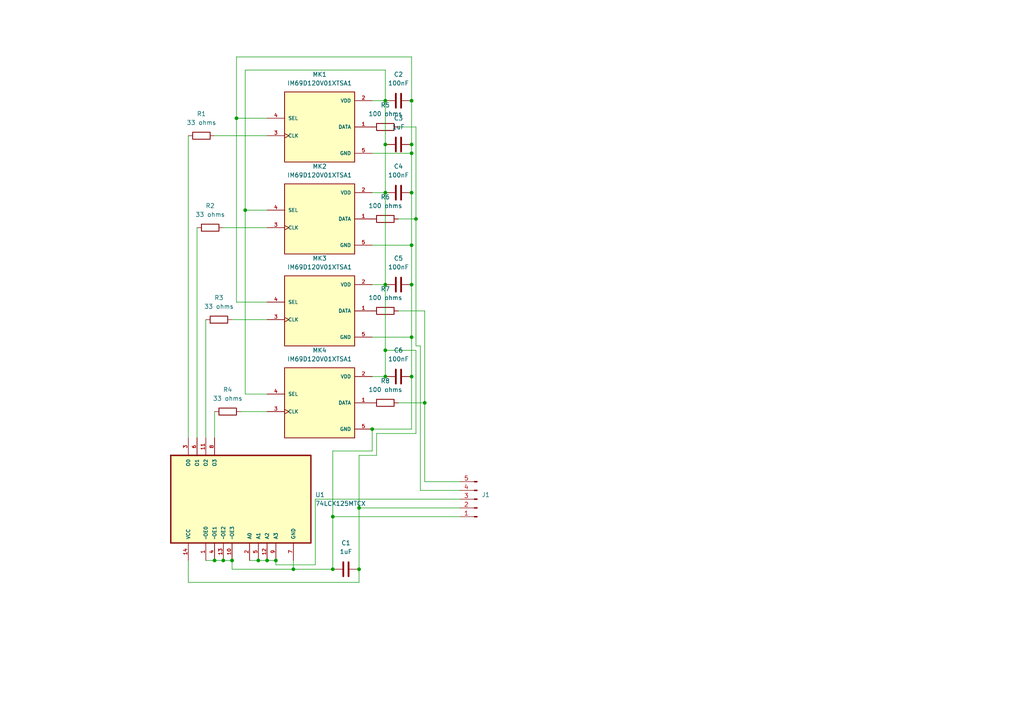
<source format=kicad_sch>
(kicad_sch (version 20231120) (generator "eeschema") (generator_version "8.0")
  (paper "A4")
  (lib_symbols
    (symbol "74LCX125MTCX:74LCX125MTCX" (pin_names (offset 1.016))
      (property "Reference" "U" (at -5.5915 20.4596 0))
      (property "Value" "74LCX125MTCX" (at -4.8007 -27.1786 0))
      (symbol "74LCX125MTCX_0_0"
        (rectangle (start -12.7 -22.86) (end 12.7 17.78) (stroke (width 0.4064)) (fill (type background)))
        (pin input line (at -17.78 7.62 0) (length 5.08) (name "~OE0") (number "1"))
        (pin input line (at -17.78 0 0) (length 5.08) (name "~OE3") (number "10"))
        (pin output line (at 17.78 7.62 180) (length 5.08) (name "O2") (number "11"))
        (pin input line (at -17.78 -10.16 0) (length 5.08) (name "A2") (number "12"))
        (pin input line (at -17.78 2.54 0) (length 5.08) (name "~OE2") (number "13"))
        (pin power_in line (at -17.78 12.7 0) (length 5.08) (name "VCC") (number "14"))
        (pin input line (at -17.78 -5.08 0) (length 5.08) (name "A0") (number "2"))
        (pin output line (at 17.78 12.7 180) (length 5.08) (name "O0") (number "3"))
        (pin input line (at -17.78 5.08 0) (length 5.08) (name "~OE1") (number "4"))
        (pin input line (at -17.78 -7.62 0) (length 5.08) (name "A1") (number "5"))
        (pin output line (at 17.78 10.16 180) (length 5.08) (name "O1") (number "6"))
        (pin passive line (at -17.78 -17.78 0) (length 5.08) (name "GND") (number "7"))
        (pin output line (at 17.78 5.08 180) (length 5.08) (name "O3") (number "8"))
        (pin input line (at -17.78 -12.7 0) (length 5.08) (name "A3") (number "9"))
      )
    )
    (symbol "Connector:Conn_01x05_Pin" (pin_names (offset 1.016) hide)
      (property "Reference" "J" (at 0 7.62 0))
      (property "Value" "Conn_01x05_Pin" (at 0 -7.62 0))
      (symbol "Conn_01x05_Pin_1_1"
        (polyline (pts (xy 1.27 -5.08) (xy 0.8636 -5.08)) (stroke (width 0.1524)))
        (polyline (pts (xy 1.27 -2.54) (xy 0.8636 -2.54)) (stroke (width 0.1524)))
        (polyline (pts (xy 1.27 0) (xy 0.8636 0)) (stroke (width 0.1524)))
        (polyline (pts (xy 1.27 2.54) (xy 0.8636 2.54)) (stroke (width 0.1524)))
        (polyline (pts (xy 1.27 5.08) (xy 0.8636 5.08)) (stroke (width 0.1524)))
        (rectangle (start 0.8636 -4.953) (end 0 -5.207) (stroke (width 0.1524)) (fill (type outline)))
        (rectangle (start 0.8636 -2.413) (end 0 -2.667) (stroke (width 0.1524)) (fill (type outline)))
        (rectangle (start 0.8636 0.127) (end 0 -0.127) (stroke (width 0.1524)) (fill (type outline)))
        (rectangle (start 0.8636 2.667) (end 0 2.413) (stroke (width 0.1524)) (fill (type outline)))
        (rectangle (start 0.8636 5.207) (end 0 4.953) (stroke (width 0.1524)) (fill (type outline)))
        (pin passive line (at 5.08 5.08 180) (length 3.81) (name "Pin_1") (number "1"))
        (pin passive line (at 5.08 2.54 180) (length 3.81) (name "Pin_2") (number "2"))
        (pin passive line (at 5.08 0 180) (length 3.81) (name "Pin_3") (number "3"))
        (pin passive line (at 5.08 -2.54 180) (length 3.81) (name "Pin_4") (number "4"))
        (pin passive line (at 5.08 -5.08 180) (length 3.81) (name "Pin_5") (number "5"))
      )
    )
    (symbol "Device:C" (pin_numbers hide) (pin_names (offset 0.254))
      (property "Reference" "C" (at 0.635 2.54 0))
      (property "Value" "C" (at 0.635 -2.54 0))
      (symbol "C_0_1"
        (polyline (pts (xy -2.032 -0.762) (xy 2.032 -0.762)) (stroke (width 0.508)))
        (polyline (pts (xy -2.032 0.762) (xy 2.032 0.762)) (stroke (width 0.508)))
      )
      (symbol "C_1_1"
        (pin passive line (at 0 3.81 270) (length 2.794) (name "~") (number "1"))
        (pin passive line (at 0 -3.81 90) (length 2.794) (name "~") (number "2"))
      )
    )
    (symbol "Device:R" (pin_numbers hide) (pin_names (offset 0))
      (property "Reference" "R" (at 2.032 0 90))
      (property "Value" "R" (at 0 0 90))
      (symbol "R_0_1"
        (rectangle (start -1.016 -2.54) (end 1.016 2.54) (stroke (width 0.254)))
      )
      (symbol "R_1_1"
        (pin passive line (at 0 3.81 270) (length 1.27) (name "~") (number "1"))
        (pin passive line (at 0 -3.81 90) (length 1.27) (name "~") (number "2"))
      )
    )
    (symbol "IM69D120V01XTSA1:IM69D120V01XTSA1" (pin_names (offset 1.016))
      (property "Reference" "MK" (at -10.16 10.795 0))
      (property "Value" "IM69D120V01XTSA1" (at -10.16 -12.7 0))
      (symbol "IM69D120V01XTSA1_0_0"
        (rectangle (start -10.16 -10.16) (end 10.16 10.16) (stroke (width 0.254)) (fill (type background)))
        (pin output line (at 15.24 0 180) (length 5.08) (name "DATA") (number "1"))
        (pin power_in line (at 15.24 7.62 180) (length 5.08) (name "VDD") (number "2"))
        (pin input clock (at -15.24 -2.54 0) (length 5.08) (name "CLK") (number "3"))
        (pin input line (at -15.24 2.54 0) (length 5.08) (name "SEL") (number "4"))
        (pin power_in line (at 15.24 -7.62 180) (length 5.08) (name "GND") (number "5"))
      )
    )
  )
  (junction (at 68.58 34.29))
  (junction (at 119.38 41.91))
  (junction (at 85.09 165.1))
  (junction (at 67.31 162.56))
  (junction (at 111.76 109.22))
  (junction (at 74.93 162.56))
  (junction (at 119.38 44.45))
  (junction (at 104.14 165.1))
  (junction (at 96.52 149.86))
  (junction (at 107.95 124.46))
  (junction (at 119.38 109.22))
  (junction (at 123.19 116.84))
  (junction (at 62.23 162.56))
  (junction (at 111.76 101.6))
  (junction (at 96.52 165.1))
  (junction (at 120.65 63.5))
  (junction (at 77.47 162.56))
  (junction (at 111.76 82.55))
  (junction (at 119.38 71.12))
  (junction (at 119.38 82.55))
  (junction (at 111.76 41.91))
  (junction (at 119.38 97.79))
  (junction (at 71.12 60.96))
  (junction (at 119.38 29.21))
  (junction (at 80.01 162.56))
  (junction (at 64.77 162.56))
  (junction (at 111.76 29.21))
  (junction (at 104.14 147.32))
  (junction (at 119.38 55.88))
  (junction (at 111.76 55.88))
  (wire (pts (xy 104.14 147.32) (xy 104.14 165.1)))
  (wire (pts (xy 111.76 101.6) (xy 111.76 109.22)))
  (wire (pts (xy 111.76 41.91) (xy 111.76 55.88)))
  (wire (pts (xy 96.52 130.81) (xy 107.95 130.81)))
  (wire (pts (xy 123.19 139.7) (xy 133.35 139.7)))
  (wire (pts (xy 104.14 165.1) (xy 104.14 168.91)))
  (wire (pts (xy 119.38 109.22) (xy 119.38 124.46)))
  (wire (pts (xy 123.19 90.17) (xy 115.57 90.17)))
  (wire (pts (xy 54.61 127) (xy 54.61 39.37)))
  (wire (pts (xy 109.22 125.73) (xy 109.22 132.08)))
  (wire (pts (xy 69.85 119.38) (xy 77.47 119.38)))
  (wire (pts (xy 64.77 66.04) (xy 77.47 66.04)))
  (wire (pts (xy 104.14 147.32) (xy 133.35 147.32)))
  (wire (pts (xy 62.23 39.37) (xy 77.47 39.37)))
  (wire (pts (xy 133.35 144.78) (xy 91.44 144.78)))
  (wire (pts (xy 68.58 16.51) (xy 119.38 16.51)))
  (wire (pts (xy 96.52 165.1) (xy 85.09 165.1)))
  (wire (pts (xy 111.76 20.32) (xy 111.76 29.21)))
  (wire (pts (xy 71.12 114.3) (xy 77.47 114.3)))
  (wire (pts (xy 59.69 127) (xy 59.69 92.71)))
  (wire (pts (xy 120.65 36.83) (xy 115.57 36.83)))
  (wire (pts (xy 119.38 29.21) (xy 119.38 41.91)))
  (wire (pts (xy 67.31 165.1) (xy 67.31 162.56)))
  (wire (pts (xy 120.65 100.33) (xy 121.92 100.33)))
  (wire (pts (xy 119.38 16.51) (xy 119.38 29.21)))
  (wire (pts (xy 111.76 29.21) (xy 111.76 41.91)))
  (wire (pts (xy 107.95 97.79) (xy 119.38 97.79)))
  (wire (pts (xy 119.38 97.79) (xy 119.38 109.22)))
  (wire (pts (xy 107.95 44.45) (xy 119.38 44.45)))
  (wire (pts (xy 72.39 162.56) (xy 74.93 162.56)))
  (wire (pts (xy 107.95 55.88) (xy 111.76 55.88)))
  (wire (pts (xy 77.47 162.56) (xy 80.01 162.56)))
  (wire (pts (xy 133.35 149.86) (xy 96.52 149.86)))
  (wire (pts (xy 77.47 60.96) (xy 71.12 60.96)))
  (wire (pts (xy 120.65 36.83) (xy 120.65 63.5)))
  (wire (pts (xy 111.76 101.6) (xy 120.65 101.6)))
  (wire (pts (xy 71.12 60.96) (xy 71.12 20.32)))
  (wire (pts (xy 123.19 90.17) (xy 123.19 116.84)))
  (wire (pts (xy 71.12 20.32) (xy 111.76 20.32)))
  (wire (pts (xy 62.23 119.38) (xy 62.23 127)))
  (wire (pts (xy 120.65 63.5) (xy 115.57 63.5)))
  (wire (pts (xy 91.44 163.83) (xy 80.01 163.83)))
  (wire (pts (xy 68.58 87.63) (xy 77.47 87.63)))
  (wire (pts (xy 104.14 168.91) (xy 54.61 168.91)))
  (wire (pts (xy 64.77 162.56) (xy 67.31 162.56)))
  (wire (pts (xy 120.65 101.6) (xy 120.65 125.73)))
  (wire (pts (xy 85.09 162.56) (xy 85.09 165.1)))
  (wire (pts (xy 119.38 71.12) (xy 119.38 82.55)))
  (wire (pts (xy 80.01 163.83) (xy 80.01 162.56)))
  (wire (pts (xy 120.65 63.5) (xy 120.65 100.33)))
  (wire (pts (xy 104.14 132.08) (xy 104.14 147.32)))
  (wire (pts (xy 123.19 116.84) (xy 123.19 139.7)))
  (wire (pts (xy 59.69 162.56) (xy 62.23 162.56)))
  (wire (pts (xy 111.76 55.88) (xy 111.76 82.55)))
  (wire (pts (xy 77.47 34.29) (xy 68.58 34.29)))
  (wire (pts (xy 85.09 165.1) (xy 67.31 165.1)))
  (wire (pts (xy 121.92 142.24) (xy 133.35 142.24)))
  (wire (pts (xy 111.76 82.55) (xy 111.76 101.6)))
  (wire (pts (xy 104.14 132.08) (xy 109.22 132.08)))
  (wire (pts (xy 54.61 168.91) (xy 54.61 162.56)))
  (wire (pts (xy 62.23 162.56) (xy 64.77 162.56)))
  (wire (pts (xy 119.38 124.46) (xy 107.95 124.46)))
  (wire (pts (xy 68.58 34.29) (xy 68.58 87.63)))
  (wire (pts (xy 107.95 71.12) (xy 119.38 71.12)))
  (wire (pts (xy 96.52 149.86) (xy 96.52 165.1)))
  (wire (pts (xy 119.38 82.55) (xy 119.38 97.79)))
  (wire (pts (xy 119.38 41.91) (xy 119.38 44.45)))
  (wire (pts (xy 96.52 130.81) (xy 96.52 149.86)))
  (wire (pts (xy 74.93 162.56) (xy 77.47 162.56)))
  (wire (pts (xy 121.92 100.33) (xy 121.92 142.24)))
  (wire (pts (xy 107.95 109.22) (xy 111.76 109.22)))
  (wire (pts (xy 107.95 130.81) (xy 107.95 124.46)))
  (wire (pts (xy 57.15 127) (xy 57.15 66.04)))
  (wire (pts (xy 107.95 29.21) (xy 111.76 29.21)))
  (wire (pts (xy 115.57 116.84) (xy 123.19 116.84)))
  (wire (pts (xy 119.38 44.45) (xy 119.38 55.88)))
  (wire (pts (xy 91.44 144.78) (xy 91.44 163.83)))
  (wire (pts (xy 107.95 82.55) (xy 111.76 82.55)))
  (wire (pts (xy 120.65 125.73) (xy 109.22 125.73)))
  (wire (pts (xy 119.38 55.88) (xy 119.38 71.12)))
  (wire (pts (xy 71.12 60.96) (xy 71.12 114.3)))
  (wire (pts (xy 68.58 16.51) (xy 68.58 34.29)))
  (wire (pts (xy 67.31 92.71) (xy 77.47 92.71)))
  (symbol (lib_id "Device:R") (at 111.76 63.5 90) (unit 1)
    (property "Reference" "R6" (at 111.76 57.15 90))
    (property "Value" "100 ohms" (at 111.76 59.69 90))
    (property "Footprint" "Resistor_SMD:R_0603_1608Metric" (effects (hide yes)))
  )
  (symbol (lib_id "Device:C") (at 115.57 109.22 90) (unit 1)
    (property "Reference" "C6" (at 115.57 101.6 90))
    (property "Value" "100nF" (at 115.57 104.14 90))
    (property "Footprint" "Capacitor_SMD:C_0402_1005Metric" (effects (hide yes)))
  )
  (symbol (lib_id "Device:C") (at 115.57 82.55 90) (unit 1)
    (property "Reference" "C5" (at 115.57 74.93 90))
    (property "Value" "100nF" (at 115.57 77.47 90))
    (property "Footprint" "Capacitor_SMD:C_0402_1005Metric" (effects (hide yes)))
  )
  (symbol (lib_id "Device:C") (at 115.57 55.88 90) (unit 1)
    (property "Reference" "C4" (at 115.57 48.26 90))
    (property "Value" "100nF" (at 115.57 50.8 90))
    (property "Footprint" "Capacitor_SMD:C_0402_1005Metric" (effects (hide yes)))
  )
  (symbol (lib_id "Device:R") (at 63.5 92.71 90) (unit 1)
    (property "Reference" "R3" (at 63.5 86.36 90))
    (property "Value" "33 ohms" (at 63.5 88.9 90))
    (property "Footprint" "Resistor_SMD:R_0603_1608Metric" (effects (hide yes)))
  )
  (symbol (lib_id "74LCX125MTCX:74LCX125MTCX") (at 67.31 144.78 90) (unit 1)
    (property "Reference" "U1" (at 91.44 143.51 90) (effects (justify right)))
    (property "Value" "74LCX125MTCX" (at 91.44 146.05 90) (effects (justify right)))
    (property "Footprint" "74LCX125MTCX:SOP65P640X120-14N" (effects (hide yes)))
    (property "MPN" "74LCX125MTCX" (effects (hide yes)))
    (property "OC_FARNELL" "1467296" (effects (hide yes)))
    (property "OC_NEWARK" "38C7835" (effects (hide yes)))
    (property "SUPPLIER" "FAIRCHILD" (effects (hide yes)))
    (property "PACKAGE" "TSSOP-14" (effects (hide yes)))
  )
  (symbol (lib_id "Device:C") (at 115.57 29.21 90) (unit 1)
    (property "Reference" "C2" (at 115.57 21.59 90))
    (property "Value" "100nF" (at 115.57 24.13 90))
    (property "Footprint" "Capacitor_SMD:C_0402_1005Metric" (effects (hide yes)))
  )
  (symbol (lib_id "Device:R") (at 111.76 116.84 90) (unit 1)
    (property "Reference" "R8" (at 111.76 110.49 90))
    (property "Value" "100 ohms" (at 111.76 113.03 90))
    (property "Footprint" "Resistor_SMD:R_0603_1608Metric" (effects (hide yes)))
  )
  (symbol (lib_id "IM69D120V01XTSA1:IM69D120V01XTSA1") (at 92.71 90.17 0) (unit 1)
    (property "Reference" "MK3" (at 92.71 74.93 0))
    (property "Value" "IM69D120V01XTSA1" (at 92.71 77.47 0))
    (property "Footprint" "IM69D120V01XTSA1:XDCR_IM69D120V01XTSA1" (effects (hide yes)))
    (property "PARTREV" "1.0" (effects (hide yes)))
    (property "STANDARD" "Manufacturer Recommendations" (effects (hide yes)))
    (property "MANUFACTURER" "Infineon" (effects (hide yes)))
  )
  (symbol (lib_id "Device:R") (at 66.04 119.38 90) (unit 1)
    (property "Reference" "R4" (at 66.04 113.03 90))
    (property "Value" "33 ohms" (at 66.04 115.57 90))
    (property "Footprint" "Resistor_SMD:R_0603_1608Metric" (effects (hide yes)))
  )
  (symbol (lib_id "Device:R") (at 58.42 39.37 90) (unit 1)
    (property "Reference" "R1" (at 58.42 33.02 90))
    (property "Value" "33 ohms" (at 58.42 35.56 90))
    (property "Footprint" "Resistor_SMD:R_0603_1608Metric" (effects (hide yes)))
  )
  (symbol (lib_id "Device:C") (at 115.57 41.91 90) (unit 1)
    (property "Reference" "C3" (at 115.57 34.29 90))
    (property "Value" "1uF" (at 115.57 36.83 90))
    (property "Footprint" "Resistor_SMD:R_0603_1608Metric" (effects (hide yes)))
  )
  (symbol (lib_id "IM69D120V01XTSA1:IM69D120V01XTSA1") (at 92.71 63.5 0) (unit 1)
    (property "Reference" "MK2" (at 92.71 48.26 0))
    (property "Value" "IM69D120V01XTSA1" (at 92.71 50.8 0))
    (property "Footprint" "IM69D120V01XTSA1:XDCR_IM69D120V01XTSA1" (effects (hide yes)))
    (property "PARTREV" "1.0" (effects (hide yes)))
    (property "STANDARD" "Manufacturer Recommendations" (effects (hide yes)))
    (property "MANUFACTURER" "Infineon" (effects (hide yes)))
  )
  (symbol (lib_id "Device:R") (at 111.76 36.83 90) (unit 1)
    (property "Reference" "R5" (at 111.76 30.48 90))
    (property "Value" "100 ohms" (at 111.76 33.02 90))
    (property "Footprint" "Resistor_SMD:R_0603_1608Metric" (effects (hide yes)))
  )
  (symbol (lib_id "Device:R") (at 111.76 90.17 90) (unit 1)
    (property "Reference" "R7" (at 111.76 83.82 90))
    (property "Value" "100 ohms" (at 111.76 86.36 90))
    (property "Footprint" "Resistor_SMD:R_0603_1608Metric" (effects (hide yes)))
  )
  (symbol (lib_id "IM69D120V01XTSA1:IM69D120V01XTSA1") (at 92.71 116.84 0) (unit 1)
    (property "Reference" "MK4" (at 92.71 101.6 0))
    (property "Value" "IM69D120V01XTSA1" (at 92.71 104.14 0))
    (property "Footprint" "IM69D120V01XTSA1:XDCR_IM69D120V01XTSA1" (effects (hide yes)))
    (property "PARTREV" "1.0" (effects (hide yes)))
    (property "STANDARD" "Manufacturer Recommendations" (effects (hide yes)))
    (property "MANUFACTURER" "Infineon" (effects (hide yes)))
  )
  (symbol (lib_id "Device:R") (at 60.96 66.04 90) (unit 1)
    (property "Reference" "R2" (at 60.96 59.69 90))
    (property "Value" "33 ohms" (at 60.96 62.23 90))
    (property "Footprint" "Resistor_SMD:R_0603_1608Metric" (effects (hide yes)))
  )
  (symbol (lib_id "Connector:Conn_01x05_Pin") (at 138.43 144.78 180) (unit 1)
    (property "Reference" "J1" (at 139.7 143.5099 0) (effects (justify right)))
    (property "Value" "Conn_01x05_Pin" (effects (hide yes)))
    (property "Description" "Generic connector, single row, 01x05, script generated" (effects (hide yes)))
  )
  (symbol (lib_id "IM69D120V01XTSA1:IM69D120V01XTSA1") (at 92.71 36.83 0) (unit 1)
    (property "Reference" "MK1" (at 92.71 21.59 0))
    (property "Value" "IM69D120V01XTSA1" (at 92.71 24.13 0))
    (property "Footprint" "IM69D120V01XTSA1:XDCR_IM69D120V01XTSA1" (effects (hide yes)))
    (property "PARTREV" "1.0" (effects (hide yes)))
    (property "STANDARD" "Manufacturer Recommendations" (effects (hide yes)))
    (property "MANUFACTURER" "Infineon" (effects (hide yes)))
  )
  (symbol (lib_id "Device:C") (at 100.33 165.1 90) (unit 1)
    (property "Reference" "C1" (at 100.33 157.48 90))
    (property "Value" "1uF" (at 100.33 160.02 90))
    (property "Footprint" "Resistor_SMD:R_0603_1608Metric" (effects (hide yes)))
  )
)
</source>
